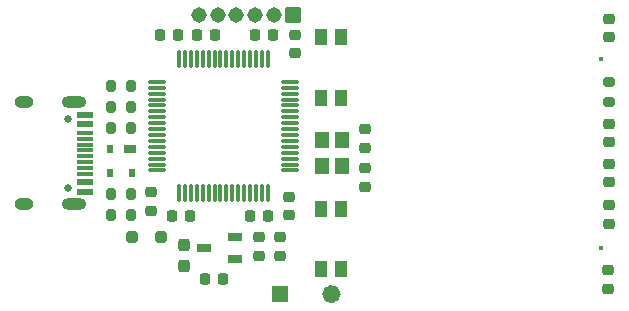
<source format=gts>
%TF.GenerationSoftware,KiCad,Pcbnew,7.0.1-0*%
%TF.CreationDate,2023-10-13T23:04:16+03:00*%
%TF.ProjectId,trezor_v1.1,7472657a-6f72-45f7-9631-2e312e6b6963,rev?*%
%TF.SameCoordinates,Original*%
%TF.FileFunction,Soldermask,Top*%
%TF.FilePolarity,Negative*%
%FSLAX46Y46*%
G04 Gerber Fmt 4.6, Leading zero omitted, Abs format (unit mm)*
G04 Created by KiCad (PCBNEW 7.0.1-0) date 2023-10-13 23:04:16*
%MOMM*%
%LPD*%
G01*
G04 APERTURE LIST*
G04 Aperture macros list*
%AMRoundRect*
0 Rectangle with rounded corners*
0 $1 Rounding radius*
0 $2 $3 $4 $5 $6 $7 $8 $9 X,Y pos of 4 corners*
0 Add a 4 corners polygon primitive as box body*
4,1,4,$2,$3,$4,$5,$6,$7,$8,$9,$2,$3,0*
0 Add four circle primitives for the rounded corners*
1,1,$1+$1,$2,$3*
1,1,$1+$1,$4,$5*
1,1,$1+$1,$6,$7*
1,1,$1+$1,$8,$9*
0 Add four rect primitives between the rounded corners*
20,1,$1+$1,$2,$3,$4,$5,0*
20,1,$1+$1,$4,$5,$6,$7,0*
20,1,$1+$1,$6,$7,$8,$9,0*
20,1,$1+$1,$8,$9,$2,$3,0*%
G04 Aperture macros list end*
%ADD10C,0.800000*%
%ADD11C,0.400000*%
%ADD12R,1.200000X1.400000*%
%ADD13R,1.220000X0.650000*%
%ADD14RoundRect,0.075000X0.662500X0.075000X-0.662500X0.075000X-0.662500X-0.075000X0.662500X-0.075000X0*%
%ADD15RoundRect,0.075000X0.075000X0.662500X-0.075000X0.662500X-0.075000X-0.662500X0.075000X-0.662500X0*%
%ADD16RoundRect,0.101600X0.553200X0.553200X-0.553200X0.553200X-0.553200X-0.553200X0.553200X-0.553200X0*%
%ADD17C,1.309600*%
%ADD18RoundRect,0.237500X0.237500X-0.287500X0.237500X0.287500X-0.237500X0.287500X-0.237500X-0.287500X0*%
%ADD19R,1.000000X0.700000*%
%ADD20R,0.600000X0.700000*%
%ADD21RoundRect,0.250000X0.250000X0.250000X-0.250000X0.250000X-0.250000X-0.250000X0.250000X-0.250000X0*%
%ADD22RoundRect,0.200000X0.200000X0.275000X-0.200000X0.275000X-0.200000X-0.275000X0.200000X-0.275000X0*%
%ADD23RoundRect,0.200000X-0.200000X-0.275000X0.200000X-0.275000X0.200000X0.275000X-0.200000X0.275000X0*%
%ADD24RoundRect,0.225000X0.250000X-0.225000X0.250000X0.225000X-0.250000X0.225000X-0.250000X-0.225000X0*%
%ADD25RoundRect,0.225000X-0.250000X0.225000X-0.250000X-0.225000X0.250000X-0.225000X0.250000X0.225000X0*%
%ADD26RoundRect,0.225000X-0.225000X-0.250000X0.225000X-0.250000X0.225000X0.250000X-0.225000X0.250000X0*%
%ADD27RoundRect,0.225000X0.225000X0.250000X-0.225000X0.250000X-0.225000X-0.250000X0.225000X-0.250000X0*%
%ADD28RoundRect,0.200000X0.275000X-0.200000X0.275000X0.200000X-0.275000X0.200000X-0.275000X-0.200000X0*%
%ADD29C,0.650000*%
%ADD30R,1.450000X0.600000*%
%ADD31R,1.450000X0.300000*%
%ADD32O,2.100000X1.000000*%
%ADD33O,1.600000X1.000000*%
%ADD34R,1.000000X1.450000*%
G04 APERTURE END LIST*
G36*
X143702000Y-117641600D02*
G01*
X142302000Y-117641600D01*
X142302000Y-116241600D01*
X143702000Y-116241600D01*
X143702000Y-117641600D01*
G37*
D10*
X147770800Y-116941600D02*
G75*
G03*
X147770800Y-116941600I-400000J0D01*
G01*
D11*
X170194400Y-113003600D03*
X170194400Y-97003600D03*
D12*
X146597000Y-103903600D03*
X146597000Y-106103600D03*
X148297000Y-106103600D03*
X148297000Y-103903600D03*
D13*
X139232000Y-113980000D03*
X139232000Y-112080000D03*
X136612000Y-113030000D03*
D14*
X143889300Y-106467600D03*
X143889300Y-105967600D03*
X143889300Y-105467600D03*
X143889300Y-104967600D03*
X143889300Y-104467600D03*
X143889300Y-103967600D03*
X143889300Y-103467600D03*
X143889300Y-102967600D03*
X143889300Y-102467600D03*
X143889300Y-101967600D03*
X143889300Y-101467600D03*
X143889300Y-100967600D03*
X143889300Y-100467600D03*
X143889300Y-99967600D03*
X143889300Y-99467600D03*
X143889300Y-98967600D03*
D15*
X141976800Y-97055100D03*
X141476800Y-97055100D03*
X140976800Y-97055100D03*
X140476800Y-97055100D03*
X139976800Y-97055100D03*
X139476800Y-97055100D03*
X138976800Y-97055100D03*
X138476800Y-97055100D03*
X137976800Y-97055100D03*
X137476800Y-97055100D03*
X136976800Y-97055100D03*
X136476800Y-97055100D03*
X135976800Y-97055100D03*
X135476800Y-97055100D03*
X134976800Y-97055100D03*
X134476800Y-97055100D03*
D14*
X132564300Y-98967600D03*
X132564300Y-99467600D03*
X132564300Y-99967600D03*
X132564300Y-100467600D03*
X132564300Y-100967600D03*
X132564300Y-101467600D03*
X132564300Y-101967600D03*
X132564300Y-102467600D03*
X132564300Y-102967600D03*
X132564300Y-103467600D03*
X132564300Y-103967600D03*
X132564300Y-104467600D03*
X132564300Y-104967600D03*
X132564300Y-105467600D03*
X132564300Y-105967600D03*
X132564300Y-106467600D03*
D15*
X134476800Y-108380100D03*
X134976800Y-108380100D03*
X135476800Y-108380100D03*
X135976800Y-108380100D03*
X136476800Y-108380100D03*
X136976800Y-108380100D03*
X137476800Y-108380100D03*
X137976800Y-108380100D03*
X138476800Y-108380100D03*
X138976800Y-108380100D03*
X139476800Y-108380100D03*
X139976800Y-108380100D03*
X140476800Y-108380100D03*
X140976800Y-108380100D03*
X141476800Y-108380100D03*
X141976800Y-108380100D03*
D16*
X144081500Y-93268800D03*
D17*
X142494000Y-93268800D03*
X140906500Y-93268800D03*
X139319000Y-93268800D03*
X137731500Y-93268800D03*
X136144000Y-93268800D03*
D18*
X134874000Y-114540000D03*
X134874000Y-112790000D03*
D19*
X130290000Y-104664000D03*
D20*
X128590000Y-104664000D03*
X128590000Y-106664000D03*
X130490000Y-106664000D03*
D21*
X132949000Y-112141000D03*
X130449000Y-112141000D03*
D22*
X130365000Y-102870000D03*
X128715000Y-102870000D03*
X130365000Y-108458000D03*
X128715000Y-108458000D03*
X130365000Y-110236000D03*
X128715000Y-110236000D03*
X130365000Y-101092000D03*
X128715000Y-101092000D03*
D23*
X128715000Y-99314000D03*
X130365000Y-99314000D03*
D24*
X150241000Y-104534000D03*
X150241000Y-102984000D03*
D25*
X150241000Y-106286000D03*
X150241000Y-107836000D03*
D26*
X136004000Y-94996000D03*
X137554000Y-94996000D03*
D27*
X135395000Y-110363000D03*
X133845000Y-110363000D03*
D24*
X132080000Y-109868000D03*
X132080000Y-108318000D03*
D26*
X140449000Y-110363000D03*
X141999000Y-110363000D03*
X132829000Y-94996000D03*
X134379000Y-94996000D03*
D24*
X143764000Y-110249000D03*
X143764000Y-108699000D03*
D27*
X142456200Y-94996000D03*
X140906200Y-94996000D03*
D24*
X144272000Y-96533000D03*
X144272000Y-94983000D03*
X170840400Y-104052500D03*
X170840400Y-102502500D03*
D25*
X170840400Y-105905000D03*
X170840400Y-107455000D03*
D24*
X170840400Y-110984500D03*
X170840400Y-109434500D03*
X170815000Y-116472000D03*
X170815000Y-114922000D03*
D25*
X141224000Y-112128000D03*
X141224000Y-113678000D03*
D26*
X136626000Y-115697000D03*
X138176000Y-115697000D03*
D24*
X143002000Y-113678000D03*
X143002000Y-112128000D03*
D28*
X170840400Y-100647000D03*
X170840400Y-98997000D03*
D25*
X170840400Y-93611400D03*
X170840400Y-95161400D03*
D29*
X125028000Y-102139000D03*
X125028000Y-107919000D03*
D30*
X126473000Y-101779000D03*
X126473000Y-102579000D03*
D31*
X126473000Y-103779000D03*
X126473000Y-104779000D03*
X126473000Y-105279000D03*
X126473000Y-106279000D03*
D30*
X126473000Y-107479000D03*
X126473000Y-108279000D03*
X126473000Y-108279000D03*
X126473000Y-107479000D03*
D31*
X126473000Y-106779000D03*
X126473000Y-105779000D03*
X126473000Y-104279000D03*
X126473000Y-103279000D03*
D30*
X126473000Y-102579000D03*
X126473000Y-101779000D03*
D32*
X125558000Y-100709000D03*
D33*
X121378000Y-100709000D03*
D32*
X125558000Y-109349000D03*
D33*
X121378000Y-109349000D03*
D34*
X148220800Y-109693000D03*
X148220800Y-114843000D03*
X146520800Y-109693000D03*
X146520800Y-114843000D03*
X148220800Y-95164200D03*
X148220800Y-100314200D03*
X146520800Y-95164200D03*
X146520800Y-100314200D03*
M02*

</source>
